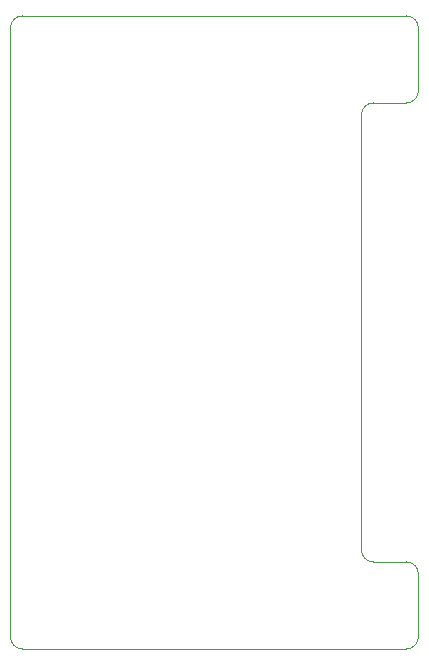
<source format=gbr>
%TF.GenerationSoftware,KiCad,Pcbnew,9.0.2*%
%TF.CreationDate,2025-06-13T20:10:22+08:00*%
%TF.ProjectId,Breadboard Power Supply,42726561-6462-46f6-9172-6420506f7765,1*%
%TF.SameCoordinates,Original*%
%TF.FileFunction,Profile,NP*%
%FSLAX46Y46*%
G04 Gerber Fmt 4.6, Leading zero omitted, Abs format (unit mm)*
G04 Created by KiCad (PCBNEW 9.0.2) date 2025-06-13 20:10:22*
%MOMM*%
%LPD*%
G01*
G04 APERTURE LIST*
%TA.AperFunction,Profile*%
%ADD10C,0.038100*%
%TD*%
G04 APERTURE END LIST*
D10*
X151638000Y-107696000D02*
X148844000Y-107696000D01*
X152654000Y-67818000D02*
X152654000Y-62484000D01*
X147828000Y-72644000D02*
X147828000Y-69850000D01*
X147828000Y-69850000D02*
G75*
G02*
X148844000Y-68834000I1016000J0D01*
G01*
X119126000Y-115062000D02*
X151638000Y-115062000D01*
X119126000Y-115062000D02*
G75*
G02*
X118110000Y-114046000I0J1016000D01*
G01*
X152654000Y-114046000D02*
X152654000Y-108712000D01*
X152654000Y-114046000D02*
G75*
G02*
X151638000Y-115062000I-1016000J0D01*
G01*
X151638000Y-107696000D02*
G75*
G02*
X152654000Y-108712000I0J-1016000D01*
G01*
X148844000Y-68834000D02*
X151638000Y-68834000D01*
X151638000Y-61468000D02*
G75*
G02*
X152654000Y-62484000I0J-1016000D01*
G01*
X148844000Y-107696000D02*
G75*
G02*
X147828000Y-106680000I0J1016000D01*
G01*
X147828000Y-106680000D02*
X147828000Y-72644000D01*
X148082000Y-61468000D02*
X119126000Y-61468000D01*
X118110000Y-62484000D02*
G75*
G02*
X119126000Y-61468000I1016000J0D01*
G01*
X118110000Y-62484000D02*
X118110000Y-114046000D01*
X152654000Y-67818000D02*
G75*
G02*
X151638000Y-68834000I-1016000J0D01*
G01*
X151638000Y-61468000D02*
X148082000Y-61468000D01*
M02*

</source>
